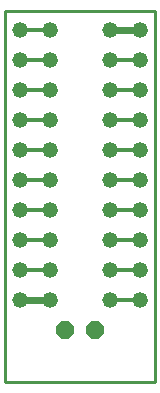
<source format=gtl>
G75*
%MOIN*%
%OFA0B0*%
%FSLAX24Y24*%
%IPPOS*%
%LPD*%
%AMOC8*
5,1,8,0,0,1.08239X$1,22.5*
%
%ADD10C,0.0100*%
%ADD11C,0.0520*%
%ADD12OC8,0.0600*%
%ADD13C,0.0240*%
%ADD14C,0.0120*%
D10*
X000150Y002750D02*
X000150Y015120D01*
X005142Y015120D01*
X005142Y002750D01*
X000150Y002750D01*
D11*
X000650Y005500D03*
X000650Y006500D03*
X000650Y007500D03*
X000650Y008500D03*
X000650Y009500D03*
X000650Y010500D03*
X000650Y011500D03*
X000650Y012500D03*
X000650Y013500D03*
X000650Y014500D03*
X001650Y014500D03*
X001650Y013500D03*
X001650Y012500D03*
X001650Y011500D03*
X001650Y010500D03*
X001650Y009500D03*
X001650Y008500D03*
X001650Y007500D03*
X001650Y006500D03*
X001650Y005500D03*
X003650Y005500D03*
X003650Y006500D03*
X003650Y007500D03*
X003650Y008500D03*
X003650Y009500D03*
X003650Y010500D03*
X003650Y011500D03*
X003650Y012500D03*
X003650Y013500D03*
X003650Y014500D03*
X004650Y014500D03*
X004650Y013500D03*
X004650Y012500D03*
X004650Y011500D03*
X004650Y010500D03*
X004650Y009500D03*
X004650Y008500D03*
X004650Y007500D03*
X004650Y006500D03*
X004650Y005500D03*
D12*
X003150Y004500D03*
X002150Y004500D03*
D13*
X001650Y005500D02*
X000650Y005500D01*
X003650Y014500D02*
X004650Y014500D01*
D14*
X004650Y013500D02*
X003650Y013500D01*
X003650Y012500D02*
X004650Y012500D01*
X004650Y011500D02*
X003650Y011500D01*
X003650Y010500D02*
X004650Y010500D01*
X004650Y009500D02*
X003650Y009500D01*
X003650Y008500D02*
X004650Y008500D01*
X004650Y007500D02*
X003650Y007500D01*
X003650Y006500D02*
X004650Y006500D01*
X004650Y005500D02*
X003650Y005500D01*
X001650Y006500D02*
X000650Y006500D01*
X000650Y007500D02*
X001650Y007500D01*
X001650Y008500D02*
X000650Y008500D01*
X000650Y009500D02*
X001650Y009500D01*
X001650Y010500D02*
X000650Y010500D01*
X000650Y011500D02*
X001650Y011500D01*
X001650Y012500D02*
X000650Y012500D01*
X000650Y013500D02*
X001650Y013500D01*
X001650Y014500D02*
X000650Y014500D01*
M02*

</source>
